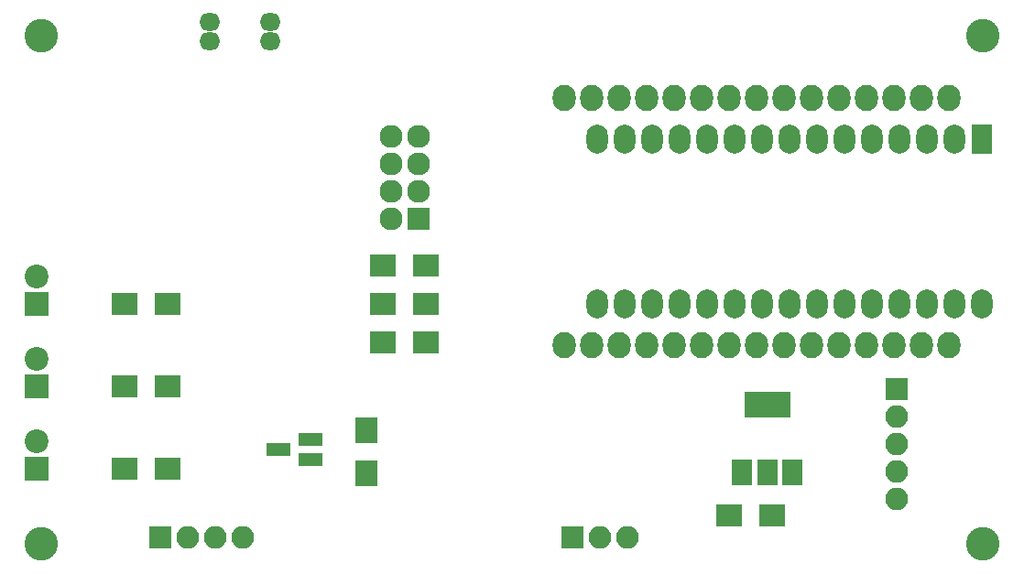
<source format=gts>
G04 #@! TF.FileFunction,Soldermask,Top*
%FSLAX46Y46*%
G04 Gerber Fmt 4.6, Leading zero omitted, Abs format (unit mm)*
G04 Created by KiCad (PCBNEW 4.0.2-stable) date 24.04.2017 00:03:25*
%MOMM*%
G01*
G04 APERTURE LIST*
%ADD10C,0.100000*%
%ADD11O,2.127200X2.127200*%
%ADD12R,2.127200X2.127200*%
%ADD13R,1.974800X2.686000*%
%ADD14O,1.974800X2.686000*%
%ADD15R,2.400000X2.000000*%
%ADD16R,2.100000X2.100000*%
%ADD17O,2.100000X2.100000*%
%ADD18C,3.100000*%
%ADD19O,1.924000X1.670000*%
%ADD20R,2.400000X2.100000*%
%ADD21R,2.200000X2.200000*%
%ADD22C,2.200000*%
%ADD23R,4.200000X2.400000*%
%ADD24R,1.900000X2.400000*%
%ADD25R,2.000000X2.400000*%
%ADD26R,2.300000X1.200000*%
%ADD27O,2.127200X2.432000*%
G04 APERTURE END LIST*
D10*
D11*
X178816000Y-68326000D03*
X176276000Y-68326000D03*
X178816000Y-70866000D03*
X176276000Y-70866000D03*
X178816000Y-73406000D03*
X176276000Y-73406000D03*
D12*
X178816000Y-75946000D03*
D11*
X176276000Y-75946000D03*
D13*
X230886000Y-68580000D03*
D14*
X228346000Y-68580000D03*
X225806000Y-68580000D03*
X223266000Y-68580000D03*
X220726000Y-68580000D03*
X218186000Y-68580000D03*
X215646000Y-68580000D03*
X213106000Y-68580000D03*
X210566000Y-68580000D03*
X208026000Y-68580000D03*
X205486000Y-68580000D03*
X202946000Y-68580000D03*
X200406000Y-68580000D03*
X197866000Y-68580000D03*
X195326000Y-68580000D03*
X195326000Y-83820000D03*
X197866000Y-83820000D03*
X200406000Y-83820000D03*
X202946000Y-83820000D03*
X205486000Y-83820000D03*
X208026000Y-83820000D03*
X210566000Y-83820000D03*
X213106000Y-83820000D03*
X215646000Y-83820000D03*
X218186000Y-83820000D03*
X220726000Y-83820000D03*
X223266000Y-83820000D03*
X225806000Y-83820000D03*
X228346000Y-83820000D03*
X230886000Y-83820000D03*
D15*
X175546000Y-80264000D03*
X179546000Y-80264000D03*
X175546000Y-83820000D03*
X179546000Y-83820000D03*
X175546000Y-87376000D03*
X179546000Y-87376000D03*
X211550000Y-103378000D03*
X207550000Y-103378000D03*
D16*
X223012000Y-91694000D03*
D17*
X223012000Y-94234000D03*
X223012000Y-96774000D03*
X223012000Y-99314000D03*
X223012000Y-101854000D03*
D16*
X193040000Y-105410000D03*
D17*
X195580000Y-105410000D03*
X198120000Y-105410000D03*
D16*
X154940000Y-105410000D03*
D17*
X157480000Y-105410000D03*
X160020000Y-105410000D03*
X162560000Y-105410000D03*
D18*
X144000000Y-59000000D03*
X231000000Y-59000000D03*
X144000000Y-106000000D03*
X231000000Y-106000000D03*
D19*
X159512000Y-57785000D03*
X159512000Y-59563000D03*
D20*
X155670000Y-99060000D03*
X151670000Y-99060000D03*
X155670000Y-91440000D03*
X151670000Y-91440000D03*
X155670000Y-83820000D03*
X151670000Y-83820000D03*
D21*
X143510000Y-99060000D03*
D22*
X143510000Y-96520000D03*
D21*
X143510000Y-91440000D03*
D22*
X143510000Y-88900000D03*
D21*
X143510000Y-83820000D03*
D22*
X143510000Y-81280000D03*
D23*
X211074000Y-93116000D03*
D24*
X211074000Y-99416000D03*
X213374000Y-99416000D03*
X208774000Y-99416000D03*
D25*
X173990000Y-95536000D03*
X173990000Y-99536000D03*
D26*
X168886000Y-98232000D03*
X168886000Y-96332000D03*
X165886000Y-97282000D03*
D19*
X165100000Y-57785000D03*
X165100000Y-59563000D03*
D27*
X192278000Y-87630000D03*
X194818000Y-87630000D03*
X197358000Y-87630000D03*
X199898000Y-87630000D03*
X202438000Y-87630000D03*
X204978000Y-87630000D03*
X207518000Y-87630000D03*
X210058000Y-87630000D03*
X212598000Y-87630000D03*
X215138000Y-87630000D03*
X217678000Y-87630000D03*
X220218000Y-87630000D03*
X222758000Y-87630000D03*
X225298000Y-87630000D03*
X227838000Y-87630000D03*
X192278000Y-64770000D03*
X222758000Y-64770000D03*
X225298000Y-64770000D03*
X220218000Y-64770000D03*
X204978000Y-64770000D03*
X202438000Y-64770000D03*
X207518000Y-64770000D03*
X227838000Y-64770000D03*
X212598000Y-64770000D03*
X210058000Y-64770000D03*
X215138000Y-64770000D03*
X217678000Y-64770000D03*
X197358000Y-64770000D03*
X199898000Y-64770000D03*
X194818000Y-64770000D03*
M02*

</source>
